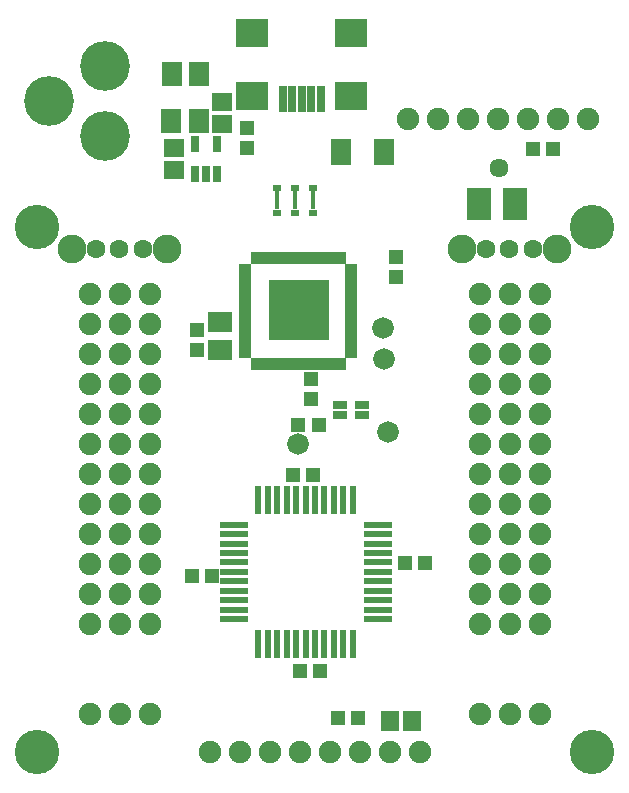
<source format=gts>
G75*
G70*
%OFA0B0*%
%FSLAX24Y24*%
%IPPOS*%
%LPD*%
%AMOC8*
5,1,8,0,0,1.08239X$1,22.5*
%
%ADD10R,0.0218X0.0946*%
%ADD11R,0.0946X0.0218*%
%ADD12C,0.1660*%
%ADD13R,0.0592X0.0710*%
%ADD14R,0.0513X0.0474*%
%ADD15C,0.0753*%
%ADD16C,0.1480*%
%ADD17C,0.0630*%
%ADD18C,0.0965*%
%ADD19R,0.0848X0.1064*%
%ADD20R,0.0198X0.0415*%
%ADD21R,0.0415X0.0198*%
%ADD22R,0.2000X0.2000*%
%ADD23R,0.0297X0.0552*%
%ADD24R,0.0690X0.0789*%
%ADD25R,0.0671X0.0592*%
%ADD26R,0.0789X0.0690*%
%ADD27R,0.0474X0.0513*%
%ADD28R,0.1064X0.0946*%
%ADD29R,0.0277X0.0867*%
%ADD30R,0.0315X0.0197*%
%ADD31R,0.0157X0.0630*%
%ADD32R,0.0671X0.0907*%
%ADD33R,0.0480X0.0280*%
%ADD34C,0.0720*%
%ADD35C,0.0635*%
D10*
X009154Y004999D03*
X009469Y004999D03*
X009784Y004999D03*
X010099Y004999D03*
X010414Y004999D03*
X010729Y004999D03*
X011044Y004999D03*
X011359Y004999D03*
X011674Y004999D03*
X011989Y004999D03*
X012304Y004999D03*
X012304Y009802D03*
X011989Y009802D03*
X011674Y009802D03*
X011359Y009802D03*
X011044Y009802D03*
X010729Y009802D03*
X010414Y009802D03*
X010099Y009802D03*
X009784Y009802D03*
X009469Y009802D03*
X009154Y009802D03*
D11*
X008328Y008975D03*
X008328Y008660D03*
X008328Y008345D03*
X008328Y008030D03*
X008328Y007715D03*
X008328Y007401D03*
X008328Y007086D03*
X008328Y006771D03*
X008328Y006456D03*
X008328Y006141D03*
X008328Y005826D03*
X013131Y005826D03*
X013131Y006141D03*
X013131Y006456D03*
X013131Y006771D03*
X013131Y007086D03*
X013131Y007401D03*
X013131Y007715D03*
X013131Y008030D03*
X013131Y008345D03*
X013131Y008660D03*
X013131Y008975D03*
D12*
X004037Y021914D03*
X002187Y023095D03*
X004037Y024276D03*
D13*
X013529Y002417D03*
X014277Y002417D03*
D14*
X011204Y004084D03*
X010535Y004084D03*
X007615Y007253D03*
X006945Y007253D03*
X010303Y010638D03*
X010973Y010638D03*
X014032Y007685D03*
X014701Y007685D03*
X013746Y017231D03*
X013746Y017901D03*
D15*
X016534Y016650D03*
X016534Y015650D03*
X016534Y014650D03*
X016534Y013650D03*
X016534Y012650D03*
X016534Y011650D03*
X016534Y010650D03*
X016534Y009650D03*
X016534Y008650D03*
X016534Y007650D03*
X016534Y006650D03*
X016534Y005650D03*
X017534Y005650D03*
X017534Y006650D03*
X017534Y007650D03*
X017534Y008650D03*
X017534Y009650D03*
X017534Y010650D03*
X017534Y011650D03*
X017534Y012650D03*
X017534Y013650D03*
X017534Y014650D03*
X017534Y015650D03*
X017534Y016650D03*
X018534Y016650D03*
X018534Y015650D03*
X018534Y014650D03*
X018534Y013650D03*
X018534Y012650D03*
X018534Y011650D03*
X018534Y010650D03*
X018534Y009650D03*
X018534Y008650D03*
X018534Y007650D03*
X018534Y006650D03*
X018534Y005650D03*
X018534Y002650D03*
X017534Y002650D03*
X016534Y002650D03*
X014534Y001400D03*
X013534Y001400D03*
X012534Y001400D03*
X011534Y001400D03*
X010534Y001400D03*
X009534Y001400D03*
X008534Y001400D03*
X007534Y001400D03*
X005534Y002650D03*
X004534Y002650D03*
X003534Y002650D03*
X003534Y005650D03*
X003534Y006650D03*
X003534Y007650D03*
X003534Y008650D03*
X003534Y009650D03*
X003534Y010650D03*
X003534Y011650D03*
X003534Y012650D03*
X003534Y013650D03*
X003534Y014650D03*
X003534Y015650D03*
X003534Y016650D03*
X004534Y016650D03*
X004534Y015650D03*
X004534Y014650D03*
X004534Y013650D03*
X004534Y012650D03*
X004534Y011650D03*
X004534Y010650D03*
X004534Y009650D03*
X004534Y008650D03*
X004534Y007650D03*
X004534Y006650D03*
X004534Y005650D03*
X005534Y005650D03*
X005534Y006650D03*
X005534Y007650D03*
X005534Y008650D03*
X005534Y009650D03*
X005534Y010650D03*
X005534Y011650D03*
X005534Y012650D03*
X005534Y013650D03*
X005534Y014650D03*
X005534Y015650D03*
X005534Y016650D03*
X014154Y022500D03*
X015154Y022500D03*
X016154Y022500D03*
X017154Y022500D03*
X018154Y022500D03*
X019154Y022500D03*
X020154Y022500D03*
D16*
X001784Y001400D03*
X001784Y018900D03*
X020284Y018900D03*
X020284Y001400D03*
D17*
X018311Y018169D03*
X017524Y018169D03*
X016737Y018169D03*
X005311Y018169D03*
X004524Y018169D03*
X003737Y018169D03*
D18*
X002949Y018169D03*
X006099Y018169D03*
X015949Y018169D03*
X019099Y018169D03*
D19*
X017719Y019659D03*
X016518Y019659D03*
D20*
X011964Y017864D03*
X011767Y017864D03*
X011570Y017864D03*
X011373Y017864D03*
X011176Y017864D03*
X010979Y017864D03*
X010783Y017864D03*
X010586Y017864D03*
X010389Y017864D03*
X010192Y017864D03*
X009995Y017864D03*
X009798Y017864D03*
X009601Y017864D03*
X009405Y017864D03*
X009208Y017864D03*
X009011Y017864D03*
X009011Y014320D03*
X009208Y014320D03*
X009405Y014320D03*
X009601Y014320D03*
X009798Y014320D03*
X009995Y014320D03*
X010192Y014320D03*
X010389Y014320D03*
X010586Y014320D03*
X010783Y014320D03*
X010979Y014320D03*
X011176Y014320D03*
X011373Y014320D03*
X011570Y014320D03*
X011767Y014320D03*
X011964Y014320D03*
D21*
X012259Y014616D03*
X012259Y014812D03*
X012259Y015009D03*
X012259Y015206D03*
X012259Y015403D03*
X012259Y015600D03*
X012259Y015797D03*
X012259Y015994D03*
X012259Y016190D03*
X012259Y016387D03*
X012259Y016584D03*
X012259Y016781D03*
X012259Y016978D03*
X012259Y017175D03*
X012259Y017371D03*
X012259Y017568D03*
X008716Y017568D03*
X008716Y017371D03*
X008716Y017175D03*
X008716Y016978D03*
X008716Y016781D03*
X008716Y016584D03*
X008716Y016387D03*
X008716Y016190D03*
X008716Y015994D03*
X008716Y015797D03*
X008716Y015600D03*
X008716Y015403D03*
X008716Y015206D03*
X008716Y015009D03*
X008716Y014812D03*
X008716Y014616D03*
D22*
X010509Y016116D03*
D23*
X007791Y020655D03*
X007417Y020655D03*
X007043Y020655D03*
X007043Y021678D03*
X007791Y021678D03*
D24*
X007184Y022440D03*
X006259Y022440D03*
X006263Y023997D03*
X007188Y023997D03*
D25*
X007942Y023077D03*
X007942Y022329D03*
X006338Y021543D03*
X006338Y020795D03*
D26*
X007883Y015732D03*
X007883Y014807D03*
D27*
X007124Y014805D03*
X007124Y015474D03*
X010493Y012306D03*
X011163Y012306D03*
X010904Y013155D03*
X010904Y013825D03*
X008764Y021535D03*
X008764Y022205D03*
X018309Y021490D03*
X018979Y021490D03*
X012469Y002540D03*
X011799Y002540D03*
D28*
X012258Y023273D03*
X012258Y025359D03*
X008951Y025359D03*
X008951Y023273D03*
D29*
X009974Y023174D03*
X010289Y023174D03*
X010604Y023174D03*
X010919Y023174D03*
X011234Y023174D03*
D30*
X010965Y020203D03*
X010374Y020203D03*
X009784Y020203D03*
X009784Y019377D03*
X010374Y019377D03*
X010965Y019377D03*
D31*
X010965Y019790D03*
X010374Y019790D03*
X009784Y019790D03*
D32*
X011915Y021390D03*
X013333Y021390D03*
D33*
X012613Y012972D03*
X012613Y012617D03*
X011865Y012617D03*
X011865Y012972D03*
D34*
X013344Y014490D03*
X013304Y015530D03*
X013484Y012070D03*
X010464Y011650D03*
D35*
X017164Y020870D03*
M02*

</source>
